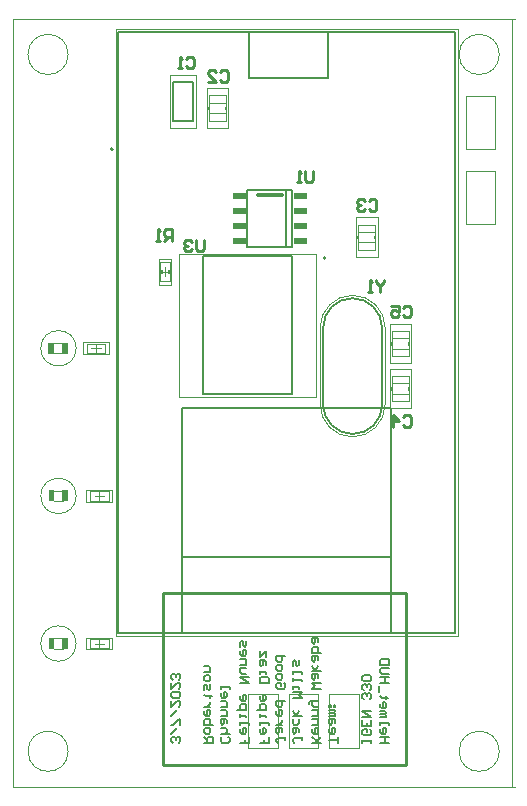
<source format=gbo>
G04*
G04 #@! TF.GenerationSoftware,Altium Limited,Altium Designer,21.0.9 (235)*
G04*
G04 Layer_Color=32896*
%FSLAX25Y25*%
%MOIN*%
G70*
G04*
G04 #@! TF.SameCoordinates,A9A079C1-7CC1-46CE-92A7-F05A66FF1BB4*
G04*
G04*
G04 #@! TF.FilePolarity,Positive*
G04*
G01*
G75*
%ADD10C,0.00787*%
%ADD11C,0.01000*%
%ADD12C,0.00500*%
%ADD13C,0.00050*%
%ADD14C,0.00000*%
%ADD15C,0.00394*%
%ADD16C,0.00800*%
%ADD17C,0.00400*%
%ADD18C,0.00197*%
%ADD19C,0.00201*%
%ADD52C,0.00840*%
%ADD53C,0.01200*%
%ADD54C,0.00600*%
G36*
X97966Y-60062D02*
X93635D01*
Y-58132D01*
X97966D01*
Y-60062D01*
D02*
G37*
G36*
X77887D02*
X73556D01*
Y-58132D01*
X77887D01*
Y-60062D01*
D02*
G37*
G36*
X97966Y-65062D02*
X93635D01*
Y-63132D01*
X97966D01*
Y-65062D01*
D02*
G37*
G36*
X77887D02*
X73556D01*
Y-63132D01*
X77887D01*
Y-65062D01*
D02*
G37*
G36*
X97966Y-70062D02*
X93635D01*
Y-68132D01*
X97966D01*
Y-70062D01*
D02*
G37*
G36*
X77887D02*
X73556D01*
Y-68132D01*
X77887D01*
Y-70062D01*
D02*
G37*
G36*
X97966Y-75062D02*
X93635D01*
Y-73132D01*
X97966D01*
Y-75062D01*
D02*
G37*
G36*
X77887D02*
X73556D01*
Y-73132D01*
X77887D01*
Y-75062D01*
D02*
G37*
G36*
X18522Y-111612D02*
X16555D01*
Y-107868D01*
X18522D01*
Y-111612D01*
D02*
G37*
G36*
X13922Y-111613D02*
X11945D01*
Y-107868D01*
X13922D01*
Y-111613D01*
D02*
G37*
G36*
X18539Y-160825D02*
X16573D01*
Y-157081D01*
X18539D01*
Y-160825D01*
D02*
G37*
G36*
X13939Y-160826D02*
X11963D01*
Y-157081D01*
X13939D01*
Y-160826D01*
D02*
G37*
G36*
X18532Y-210037D02*
X16566D01*
Y-206294D01*
X18532D01*
Y-210037D01*
D02*
G37*
G36*
X13932Y-210038D02*
X11956D01*
Y-206294D01*
X13932D01*
Y-210038D01*
D02*
G37*
D10*
X104383Y-79735D02*
G03*
X104383Y-79735I-394J0D01*
G01*
X49642Y-84591D02*
Y-83803D01*
X52004Y-84591D02*
Y-83803D01*
X33429Y-43417D02*
G03*
X33429Y-43417I-394J0D01*
G01*
X104383Y-79735D02*
G03*
X104383Y-79735I-394J0D01*
G01*
D11*
X57722Y-13188D02*
X58378Y-12532D01*
X59690D01*
X60346Y-13188D01*
Y-15812D01*
X59690Y-16468D01*
X58378D01*
X57722Y-15812D01*
X56410Y-16468D02*
X55098D01*
X55754D01*
Y-12532D01*
X56410Y-13188D01*
X100124Y-50532D02*
Y-53812D01*
X99468Y-54468D01*
X98156D01*
X97500Y-53812D01*
Y-50532D01*
X96188Y-54468D02*
X94876D01*
X95532D01*
Y-50532D01*
X96188Y-51188D01*
X118656Y-60688D02*
X119312Y-60032D01*
X120624D01*
X121280Y-60688D01*
Y-63312D01*
X120624Y-63968D01*
X119312D01*
X118656Y-63312D01*
X117344Y-60688D02*
X116688Y-60032D01*
X115376D01*
X114720Y-60688D01*
Y-61344D01*
X115376Y-62000D01*
X116032D01*
X115376D01*
X114720Y-62656D01*
Y-63312D01*
X115376Y-63968D01*
X116688D01*
X117344Y-63312D01*
X123624Y-87032D02*
Y-87688D01*
X122312Y-89000D01*
X121000Y-87688D01*
Y-87032D01*
X122312Y-89000D02*
Y-90968D01*
X119688D02*
X118376D01*
X119032D01*
Y-87032D01*
X119688Y-87688D01*
X130156Y-96188D02*
X130812Y-95532D01*
X132124D01*
X132780Y-96188D01*
Y-98812D01*
X132124Y-99468D01*
X130812D01*
X130156Y-98812D01*
X126220Y-95532D02*
X128844D01*
Y-97500D01*
X127532Y-96844D01*
X126876D01*
X126220Y-97500D01*
Y-98812D01*
X126876Y-99468D01*
X128188D01*
X128844Y-98812D01*
X63780Y-73532D02*
Y-76812D01*
X63124Y-77468D01*
X61812D01*
X61156Y-76812D01*
Y-73532D01*
X59844Y-74188D02*
X59188Y-73532D01*
X57876D01*
X57220Y-74188D01*
Y-74844D01*
X57876Y-75500D01*
X58532D01*
X57876D01*
X57220Y-76156D01*
Y-76812D01*
X57876Y-77468D01*
X59188D01*
X59844Y-76812D01*
X130156Y-132688D02*
X130812Y-132032D01*
X132124D01*
X132780Y-132688D01*
Y-135312D01*
X132124Y-135968D01*
X130812D01*
X130156Y-135312D01*
X126876Y-135968D02*
Y-132032D01*
X128844Y-134000D01*
X126220D01*
X53124Y-73968D02*
Y-70032D01*
X51156D01*
X50500Y-70688D01*
Y-72000D01*
X51156Y-72656D01*
X53124D01*
X51812D02*
X50500Y-73968D01*
X49188D02*
X47876D01*
X48532D01*
Y-70032D01*
X49188Y-70688D01*
X69156Y-17688D02*
X69812Y-17032D01*
X71124D01*
X71780Y-17688D01*
Y-20312D01*
X71124Y-20968D01*
X69812D01*
X69156Y-20312D01*
X65220Y-20968D02*
X67844D01*
X65220Y-18344D01*
Y-17688D01*
X65876Y-17032D01*
X67188D01*
X67844Y-17688D01*
D12*
X103480Y-128492D02*
G03*
X113323Y-138335I9843J0D01*
G01*
D02*
G03*
X123165Y-128492I0J9843D01*
G01*
X113323Y-93059D02*
G03*
X103480Y-102902I0J-9843D01*
G01*
X123165D02*
G03*
X113323Y-93059I-9843J0D01*
G01*
X53476Y-30023D02*
Y-25141D01*
X60169Y-30023D02*
Y-25141D01*
X103480Y-128492D02*
Y-102902D01*
X123165Y-128492D02*
Y-102902D01*
X63360Y-125030D02*
X93281D01*
X63360Y-79164D02*
X93281D01*
X103480Y-128492D02*
G03*
X113323Y-138335I9843J0D01*
G01*
D02*
G03*
X123165Y-128492I0J9843D01*
G01*
X113323Y-93059D02*
G03*
X103480Y-102902I0J-9843D01*
G01*
X123165D02*
G03*
X113323Y-93059I-9843J0D01*
G01*
X53476Y-21165D02*
X60169D01*
X53476Y-33999D02*
Y-21165D01*
Y-33999D02*
X60169D01*
Y-21165D01*
X103480Y-128492D02*
Y-102902D01*
X123165Y-128492D02*
Y-102902D01*
X35280Y-4205D02*
X78858D01*
X105280D01*
X147524D01*
X35280Y-204795D02*
Y-4205D01*
X147524Y-204795D02*
Y-4205D01*
X35280Y-204795D02*
X56421D01*
X126067D01*
X147524D01*
X56421D02*
Y-179244D01*
Y-129520D01*
X126067D01*
Y-179244D02*
Y-129520D01*
Y-204795D02*
Y-179244D01*
X56421D02*
X126067D01*
X105280Y-19520D02*
Y-4205D01*
X78858Y-19520D02*
X105280D01*
X78858D02*
Y-4205D01*
X63360Y-125030D02*
Y-79164D01*
X93281Y-125030D02*
Y-79164D01*
X63360Y-125030D02*
X93281D01*
X63360Y-79164D02*
X93281D01*
D13*
X162205Y-244094D02*
G03*
X162205Y-244094I-6693J0D01*
G01*
X18504Y-11811D02*
G03*
X18504Y-11811I-6693J0D01*
G01*
X21176Y-109759D02*
G03*
X21176Y-109759I-5906J0D01*
G01*
X162205Y-11811D02*
G03*
X162205Y-11811I-6693J0D01*
G01*
X18504Y-244094D02*
G03*
X18504Y-244094I-6693J0D01*
G01*
X21176Y-158971D02*
G03*
X21176Y-158971I-5906J0D01*
G01*
Y-208184D02*
G03*
X21176Y-208184I-5906J0D01*
G01*
X0Y-255906D02*
X167323D01*
X0Y0D02*
X167323D01*
X166323Y-255906D02*
Y0D01*
X0Y-255906D02*
Y0D01*
Y-255906D02*
Y-98425D01*
D14*
X115200Y-74400D02*
X120800D01*
Y-76900D02*
Y-74400D01*
X115200Y-76900D02*
Y-74400D01*
Y-71000D02*
X120800D01*
X115200D02*
Y-68500D01*
X120800Y-71000D02*
Y-68500D01*
X115200Y-74400D02*
Y-71000D01*
Y-68500D02*
X120800D01*
Y-74400D02*
Y-71000D01*
X115200Y-76900D02*
X120800D01*
X126523Y-109897D02*
X132123D01*
Y-112397D02*
Y-109897D01*
X126523Y-112397D02*
Y-109897D01*
Y-106497D02*
X132123D01*
X126523D02*
Y-103997D01*
X132123Y-106497D02*
Y-103997D01*
X126523Y-109897D02*
Y-106497D01*
Y-103997D02*
X132123D01*
Y-109897D02*
Y-106497D01*
X126523Y-112397D02*
X132123D01*
X126523Y-121497D02*
X132123D01*
X126523D02*
Y-118997D01*
X132123Y-121497D02*
Y-118997D01*
X126523Y-124897D02*
X132123D01*
Y-127397D02*
Y-124897D01*
X126523Y-127397D02*
Y-124897D01*
X132123D02*
Y-121497D01*
X126523Y-127397D02*
X132123D01*
X126523Y-124897D02*
Y-121497D01*
Y-118997D02*
X132123D01*
X65523Y-27997D02*
X71123D01*
X65523D02*
Y-25497D01*
X71123Y-27997D02*
Y-25497D01*
X65523Y-31397D02*
X71123D01*
Y-33897D02*
Y-31397D01*
X65523Y-33897D02*
Y-31397D01*
X71123D02*
Y-27997D01*
X65523Y-33897D02*
X71123D01*
X65523Y-31397D02*
Y-27997D01*
Y-25497D02*
X71123D01*
D15*
X24654Y-111333D02*
X30953D01*
X24654Y-108184D02*
X30953D01*
Y-111333D02*
Y-108184D01*
X24654Y-111333D02*
Y-108184D01*
X25736Y-160555D02*
X32035D01*
X25736Y-157405D02*
X32035D01*
Y-160555D02*
Y-157405D01*
X25736Y-160555D02*
Y-157405D01*
Y-209759D02*
X32035D01*
X25736Y-206609D02*
X32035D01*
Y-209759D02*
Y-206609D01*
X25736Y-209759D02*
Y-206609D01*
X49248Y-87347D02*
Y-81047D01*
X52398Y-87347D02*
Y-81047D01*
X49248D02*
X52398D01*
X49248Y-87347D02*
X52398D01*
X27803Y-111333D02*
Y-108184D01*
X26228Y-109759D02*
X29378D01*
X28886Y-160555D02*
Y-157405D01*
X27311Y-158980D02*
X30461D01*
X28886Y-209759D02*
Y-206609D01*
X27311Y-208184D02*
X30461D01*
X49248Y-84197D02*
X52398D01*
X50823Y-85772D02*
Y-82622D01*
D16*
X125524Y-241200D02*
X122525D01*
X124024D01*
Y-239201D01*
X125524D01*
X122525D01*
Y-236701D02*
Y-237701D01*
X123025Y-238201D01*
X124024D01*
X124524Y-237701D01*
Y-236701D01*
X124024Y-236202D01*
X123525D01*
Y-238201D01*
X122525Y-235202D02*
Y-234202D01*
Y-234702D01*
X125524D01*
Y-235202D01*
X122525Y-232703D02*
X124524D01*
Y-232203D01*
X124024Y-231703D01*
X122525D01*
X124024D01*
X124524Y-231203D01*
X124024Y-230703D01*
X122525D01*
Y-228204D02*
Y-229204D01*
X123025Y-229704D01*
X124024D01*
X124524Y-229204D01*
Y-228204D01*
X124024Y-227704D01*
X123525D01*
Y-229704D01*
X125024Y-226205D02*
X124524D01*
Y-226705D01*
Y-225705D01*
Y-226205D01*
X123025D01*
X122525Y-225705D01*
X122025Y-224205D02*
Y-222206D01*
X125524Y-221206D02*
X122525D01*
X124024D01*
Y-219207D01*
X125524D01*
X122525D01*
X125524Y-218207D02*
X123025D01*
X122525Y-217708D01*
Y-216708D01*
X123025Y-216208D01*
X125524D01*
Y-215208D02*
X122525D01*
Y-213709D01*
X123025Y-213209D01*
X125024D01*
X125524Y-213709D01*
Y-215208D01*
X119505Y-241200D02*
Y-240200D01*
Y-240700D01*
X116506D01*
Y-241200D01*
Y-240200D01*
X119006Y-236701D02*
X119505Y-237201D01*
Y-238201D01*
X119006Y-238701D01*
X117006D01*
X116506Y-238201D01*
Y-237201D01*
X117006Y-236701D01*
X118006D01*
Y-237701D01*
X119505Y-233702D02*
Y-235702D01*
X116506D01*
Y-233702D01*
X118006Y-235702D02*
Y-234702D01*
X116506Y-232703D02*
X119505D01*
X116506Y-230703D01*
X119505D01*
X119006Y-226705D02*
X119505Y-226205D01*
Y-225205D01*
X119006Y-224705D01*
X118506D01*
X118006Y-225205D01*
Y-225705D01*
Y-225205D01*
X117506Y-224705D01*
X117006D01*
X116506Y-225205D01*
Y-226205D01*
X117006Y-226705D01*
X119006Y-223706D02*
X119505Y-223206D01*
Y-222206D01*
X119006Y-221706D01*
X118506D01*
X118006Y-222206D01*
Y-222706D01*
Y-222206D01*
X117506Y-221706D01*
X117006D01*
X116506Y-222206D01*
Y-223206D01*
X117006Y-223706D01*
X119006Y-220707D02*
X119505Y-220207D01*
Y-219207D01*
X119006Y-218707D01*
X117006D01*
X116506Y-219207D01*
Y-220207D01*
X117006Y-220707D01*
X119006D01*
X108468Y-241200D02*
Y-239201D01*
Y-240200D01*
X105469D01*
Y-236701D02*
Y-237701D01*
X105968Y-238201D01*
X106968D01*
X107468Y-237701D01*
Y-236701D01*
X106968Y-236202D01*
X106468D01*
Y-238201D01*
X107468Y-234702D02*
Y-233702D01*
X106968Y-233203D01*
X105469D01*
Y-234702D01*
X105968Y-235202D01*
X106468Y-234702D01*
Y-233203D01*
X105469Y-232203D02*
X107468D01*
Y-231703D01*
X106968Y-231203D01*
X105469D01*
X106968D01*
X107468Y-230703D01*
X106968Y-230204D01*
X105469D01*
X107468Y-229204D02*
Y-228704D01*
X106968D01*
Y-229204D01*
X107468D01*
X105968D02*
Y-228704D01*
X105469D01*
Y-229204D01*
X105968D01*
X102949Y-241200D02*
X99950D01*
X100949D01*
X102949Y-239201D01*
X101449Y-240700D01*
X99950Y-239201D01*
Y-236701D02*
Y-237701D01*
X100450Y-238201D01*
X101449D01*
X101949Y-237701D01*
Y-236701D01*
X101449Y-236202D01*
X100949D01*
Y-238201D01*
X99950Y-235202D02*
X101949D01*
Y-233702D01*
X101449Y-233203D01*
X99950D01*
Y-232203D02*
X101949D01*
Y-230703D01*
X101449Y-230204D01*
X99950D01*
X101949Y-229204D02*
X100450D01*
X99950Y-228704D01*
Y-227204D01*
X99450D01*
X98950Y-227704D01*
Y-228204D01*
X99950Y-227204D02*
X101949D01*
X102949Y-223206D02*
X99950D01*
X100949Y-222206D01*
X99950Y-221206D01*
X102949D01*
X101949Y-219707D02*
Y-218707D01*
X101449Y-218207D01*
X99950D01*
Y-219707D01*
X100450Y-220207D01*
X100949Y-219707D01*
Y-218207D01*
X99950Y-217208D02*
X102949D01*
X100949D02*
X101949Y-215708D01*
X100949Y-217208D02*
X99950Y-215708D01*
X101949Y-213709D02*
Y-212709D01*
X101449Y-212209D01*
X99950D01*
Y-213709D01*
X100450Y-214209D01*
X100949Y-213709D01*
Y-212209D01*
X102949Y-211210D02*
X99950D01*
Y-209710D01*
X100450Y-209210D01*
X100949D01*
X101449D01*
X101949Y-209710D01*
Y-211210D01*
Y-207711D02*
Y-206711D01*
X101449Y-206211D01*
X99950D01*
Y-207711D01*
X100450Y-208211D01*
X100949Y-207711D01*
Y-206211D01*
X96430Y-239201D02*
Y-240200D01*
Y-239701D01*
X93931D01*
X93431Y-240200D01*
Y-240700D01*
X93931Y-241200D01*
X95431Y-237701D02*
Y-236701D01*
X94931Y-236202D01*
X93431D01*
Y-237701D01*
X93931Y-238201D01*
X94431Y-237701D01*
Y-236202D01*
X95431Y-233203D02*
Y-234702D01*
X94931Y-235202D01*
X93931D01*
X93431Y-234702D01*
Y-233203D01*
Y-232203D02*
X96430D01*
X94431D02*
X95431Y-230703D01*
X94431Y-232203D02*
X93431Y-230703D01*
Y-226205D02*
X96430D01*
X95431Y-225205D01*
X96430Y-224205D01*
X93431D01*
Y-223206D02*
Y-222206D01*
Y-222706D01*
X95431D01*
Y-223206D01*
X93431Y-220707D02*
Y-219707D01*
Y-220207D01*
X96430D01*
Y-220707D01*
X93431Y-218207D02*
Y-217208D01*
Y-217708D01*
X96430D01*
Y-218207D01*
X93431Y-215708D02*
Y-214209D01*
X93931Y-213709D01*
X94431Y-214209D01*
Y-215208D01*
X94931Y-215708D01*
X95431Y-215208D01*
Y-213709D01*
X90911Y-239201D02*
Y-240200D01*
Y-239701D01*
X88412D01*
X87912Y-240200D01*
Y-240700D01*
X88412Y-241200D01*
X89912Y-237701D02*
Y-236701D01*
X89412Y-236202D01*
X87912D01*
Y-237701D01*
X88412Y-238201D01*
X88912Y-237701D01*
Y-236202D01*
X89912Y-235202D02*
X87912D01*
X88912D01*
X89412Y-234702D01*
X89912Y-234202D01*
Y-233702D01*
X87912Y-230703D02*
Y-231703D01*
X88412Y-232203D01*
X89412D01*
X89912Y-231703D01*
Y-230703D01*
X89412Y-230204D01*
X88912D01*
Y-232203D01*
X90911Y-227204D02*
X87912D01*
Y-228704D01*
X88412Y-229204D01*
X89412D01*
X89912Y-228704D01*
Y-227204D01*
X90412Y-221206D02*
X90911Y-221706D01*
Y-222706D01*
X90412Y-223206D01*
X88412D01*
X87912Y-222706D01*
Y-221706D01*
X88412Y-221206D01*
X89412D01*
Y-222206D01*
X87912Y-219707D02*
Y-218707D01*
X88412Y-218207D01*
X89412D01*
X89912Y-218707D01*
Y-219707D01*
X89412Y-220207D01*
X88412D01*
X87912Y-219707D01*
Y-216708D02*
Y-215708D01*
X88412Y-215208D01*
X89412D01*
X89912Y-215708D01*
Y-216708D01*
X89412Y-217208D01*
X88412D01*
X87912Y-216708D01*
X90911Y-212209D02*
X87912D01*
Y-213709D01*
X88412Y-214209D01*
X89412D01*
X89912Y-213709D01*
Y-212209D01*
X85393Y-239201D02*
Y-241200D01*
X83893D01*
Y-240200D01*
Y-241200D01*
X82394D01*
Y-236701D02*
Y-237701D01*
X82893Y-238201D01*
X83893D01*
X84393Y-237701D01*
Y-236701D01*
X83893Y-236202D01*
X83393D01*
Y-238201D01*
X82394Y-235202D02*
Y-234202D01*
Y-234702D01*
X85393D01*
Y-235202D01*
X82394Y-232703D02*
Y-231703D01*
Y-232203D01*
X84393D01*
Y-232703D01*
X81394Y-230204D02*
X84393D01*
Y-228704D01*
X83893Y-228204D01*
X82893D01*
X82394Y-228704D01*
Y-230204D01*
Y-225705D02*
Y-226705D01*
X82893Y-227204D01*
X83893D01*
X84393Y-226705D01*
Y-225705D01*
X83893Y-225205D01*
X83393D01*
Y-227204D01*
X85393Y-221206D02*
X82394D01*
Y-219707D01*
X82893Y-219207D01*
X84893D01*
X85393Y-219707D01*
Y-221206D01*
X82394Y-218207D02*
Y-217208D01*
Y-217708D01*
X84393D01*
Y-218207D01*
Y-215208D02*
Y-214209D01*
X83893Y-213709D01*
X82394D01*
Y-215208D01*
X82893Y-215708D01*
X83393Y-215208D01*
Y-213709D01*
X84393Y-212709D02*
Y-210710D01*
X82394Y-212709D01*
Y-210710D01*
X78874Y-239201D02*
Y-241200D01*
X77375D01*
Y-240200D01*
Y-241200D01*
X75875D01*
Y-236701D02*
Y-237701D01*
X76375Y-238201D01*
X77375D01*
X77874Y-237701D01*
Y-236701D01*
X77375Y-236202D01*
X76875D01*
Y-238201D01*
X75875Y-235202D02*
Y-234202D01*
Y-234702D01*
X78874D01*
Y-235202D01*
X75875Y-232703D02*
Y-231703D01*
Y-232203D01*
X77874D01*
Y-232703D01*
X74875Y-230204D02*
X77874D01*
Y-228704D01*
X77375Y-228204D01*
X76375D01*
X75875Y-228704D01*
Y-230204D01*
Y-225705D02*
Y-226705D01*
X76375Y-227204D01*
X77375D01*
X77874Y-226705D01*
Y-225705D01*
X77375Y-225205D01*
X76875D01*
Y-227204D01*
X75875Y-221206D02*
X78874D01*
X75875Y-219207D01*
X78874D01*
X77874Y-218207D02*
X76375D01*
X75875Y-217708D01*
Y-216208D01*
X77874D01*
X75875Y-215208D02*
X77874D01*
Y-213709D01*
X77375Y-213209D01*
X75875D01*
Y-210710D02*
Y-211709D01*
X76375Y-212209D01*
X77375D01*
X77874Y-211709D01*
Y-210710D01*
X77375Y-210210D01*
X76875D01*
Y-212209D01*
X75875Y-209210D02*
Y-207711D01*
X76375Y-207211D01*
X76875Y-207711D01*
Y-208711D01*
X77375Y-209210D01*
X77874Y-208711D01*
Y-207211D01*
X71856Y-239201D02*
X72356Y-239701D01*
Y-240700D01*
X71856Y-241200D01*
X69856D01*
X69357Y-240700D01*
Y-239701D01*
X69856Y-239201D01*
X72356Y-238201D02*
X69357D01*
X70856D01*
X71356Y-237701D01*
Y-236701D01*
X70856Y-236202D01*
X69357D01*
X71356Y-234702D02*
Y-233702D01*
X70856Y-233203D01*
X69357D01*
Y-234702D01*
X69856Y-235202D01*
X70356Y-234702D01*
Y-233203D01*
X69357Y-232203D02*
X71356D01*
Y-230703D01*
X70856Y-230204D01*
X69357D01*
Y-229204D02*
X71356D01*
Y-227704D01*
X70856Y-227204D01*
X69357D01*
Y-224705D02*
Y-225705D01*
X69856Y-226205D01*
X70856D01*
X71356Y-225705D01*
Y-224705D01*
X70856Y-224205D01*
X70356D01*
Y-226205D01*
X69357Y-223206D02*
Y-222206D01*
Y-222706D01*
X72356D01*
Y-223206D01*
X63838Y-241200D02*
X66837D01*
Y-239701D01*
X66337Y-239201D01*
X65337D01*
X64837Y-239701D01*
Y-241200D01*
Y-240200D02*
X63838Y-239201D01*
Y-237701D02*
Y-236701D01*
X64337Y-236202D01*
X65337D01*
X65837Y-236701D01*
Y-237701D01*
X65337Y-238201D01*
X64337D01*
X63838Y-237701D01*
X66837Y-235202D02*
X63838D01*
Y-233702D01*
X64337Y-233203D01*
X64837D01*
X65337D01*
X65837Y-233702D01*
Y-235202D01*
X63838Y-230703D02*
Y-231703D01*
X64337Y-232203D01*
X65337D01*
X65837Y-231703D01*
Y-230703D01*
X65337Y-230204D01*
X64837D01*
Y-232203D01*
X65837Y-229204D02*
X63838D01*
X64837D01*
X65337Y-228704D01*
X65837Y-228204D01*
Y-227704D01*
X66337Y-225705D02*
X65837D01*
Y-226205D01*
Y-225205D01*
Y-225705D01*
X64337D01*
X63838Y-225205D01*
Y-223706D02*
Y-222206D01*
X64337Y-221706D01*
X64837Y-222206D01*
Y-223206D01*
X65337Y-223706D01*
X65837Y-223206D01*
Y-221706D01*
X63838Y-220207D02*
Y-219207D01*
X64337Y-218707D01*
X65337D01*
X65837Y-219207D01*
Y-220207D01*
X65337Y-220707D01*
X64337D01*
X63838Y-220207D01*
Y-217708D02*
X65837D01*
Y-216208D01*
X65337Y-215708D01*
X63838D01*
X55299Y-241200D02*
X55799Y-240700D01*
Y-239701D01*
X55299Y-239201D01*
X54799D01*
X54299Y-239701D01*
Y-240200D01*
Y-239701D01*
X53800Y-239201D01*
X53300D01*
X52800Y-239701D01*
Y-240700D01*
X53300Y-241200D01*
X52800Y-238201D02*
X54799Y-236202D01*
X55799Y-235202D02*
Y-233203D01*
X55299D01*
X53300Y-235202D01*
X52800D01*
Y-232203D02*
X54799Y-230204D01*
X52800Y-227204D02*
Y-229204D01*
X54799Y-227204D01*
X55299D01*
X55799Y-227704D01*
Y-228704D01*
X55299Y-229204D01*
Y-226205D02*
X55799Y-225705D01*
Y-224705D01*
X55299Y-224205D01*
X53300D01*
X52800Y-224705D01*
Y-225705D01*
X53300Y-226205D01*
X55299D01*
X52800Y-221206D02*
Y-223206D01*
X54799Y-221206D01*
X55299D01*
X55799Y-221706D01*
Y-222706D01*
X55299Y-223206D01*
Y-220207D02*
X55799Y-219707D01*
Y-218707D01*
X55299Y-218207D01*
X54799D01*
X54299Y-218707D01*
Y-219207D01*
Y-218707D01*
X53800Y-218207D01*
X53300D01*
X52800Y-218707D01*
Y-219707D01*
X53300Y-220207D01*
X91273Y-76046D02*
Y-57148D01*
X78281Y-76046D02*
Y-57148D01*
X91273D01*
X93241D01*
Y-76046D02*
Y-57148D01*
X91273Y-76046D02*
X93241D01*
X78281D02*
X91273D01*
D17*
X13851Y-111408D02*
X16654D01*
X13851Y-108058D02*
X16654D01*
X13862Y-209833D02*
X16665D01*
X13862Y-206483D02*
X16665D01*
X13869Y-160621D02*
X16672D01*
X13869Y-157270D02*
X16672D01*
D18*
X102496Y-128492D02*
G03*
X113323Y-139319I10827J0D01*
G01*
D02*
G03*
X124150Y-128492I0J10827D01*
G01*
X113323Y-92075D02*
G03*
X102496Y-102902I0J-10827D01*
G01*
X124150D02*
G03*
X113323Y-92075I-10827J0D01*
G01*
X23472Y-111727D02*
X32134D01*
X23472Y-107790D02*
X32134D01*
Y-111727D02*
Y-107790D01*
X23472Y-111727D02*
Y-107790D01*
X24555Y-160949D02*
X33217D01*
X24555Y-157012D02*
X33217D01*
Y-160949D02*
Y-157012D01*
X24555Y-160949D02*
Y-157012D01*
Y-210152D02*
X33217D01*
X24555Y-206215D02*
X33217D01*
Y-210152D02*
Y-206215D01*
X24555Y-210152D02*
Y-206215D01*
X52445Y-18783D02*
X61201D01*
X52445Y-36381D02*
Y-18783D01*
Y-36381D02*
X61201D01*
Y-18783D01*
X102496Y-128492D02*
Y-102902D01*
X124150Y-128492D02*
Y-102902D01*
X151079Y-25642D02*
X160921D01*
Y-43358D02*
Y-25642D01*
X151079Y-43358D02*
X160921D01*
X151079D02*
Y-25642D01*
Y-50642D02*
X160921D01*
Y-68358D02*
Y-50642D01*
X151079Y-68358D02*
X160921D01*
X151079D02*
Y-50642D01*
X105579Y-242858D02*
X115421D01*
Y-225142D01*
X105579D02*
X115421D01*
X105579Y-242858D02*
Y-225142D01*
X92079Y-242858D02*
X101921D01*
Y-225142D01*
X92079D02*
X101921D01*
X92079Y-242858D02*
Y-225142D01*
X78579Y-242858D02*
X88421D01*
Y-225142D01*
X78579D02*
X88421D01*
X78579Y-242858D02*
Y-225142D01*
X34295Y-205780D02*
Y-3221D01*
Y-205780D02*
X148508D01*
Y-3221D01*
X34295D02*
X148508D01*
X55427Y-126014D02*
Y-78180D01*
X101214Y-126014D02*
Y-78180D01*
X55427Y-126014D02*
X101214D01*
X55427Y-78180D02*
X101214D01*
X48854Y-88528D02*
Y-79866D01*
X52791Y-88528D02*
Y-79866D01*
X48854D02*
X52791D01*
X48854Y-88528D02*
X52791D01*
D19*
X114496Y-66086D02*
X121622D01*
X114496Y-79275D02*
X121622D01*
X114496D02*
Y-66086D01*
X121622Y-79275D02*
Y-66086D01*
X125819Y-101583D02*
X132945D01*
X125819Y-114772D02*
X132945D01*
X125819D02*
Y-101583D01*
X132945Y-114772D02*
Y-101583D01*
X125701Y-129811D02*
X132827D01*
X125701Y-116622D02*
X132827D01*
Y-129811D02*
Y-116622D01*
X125701Y-129811D02*
Y-116622D01*
X64701Y-36311D02*
X71827D01*
X64701Y-23122D02*
X71827D01*
Y-36311D02*
Y-23122D01*
X64701Y-36311D02*
Y-23122D01*
D52*
X131000Y-248500D02*
Y-191378D01*
X50000D02*
X131000D01*
X50000Y-248500D02*
Y-191378D01*
Y-248500D02*
X131000D01*
D53*
X81761Y-58597D02*
X89761D01*
D54*
X115200Y-73100D02*
Y-72300D01*
X120800Y-73100D02*
Y-72300D01*
X126523Y-108597D02*
Y-107797D01*
X132123Y-108597D02*
Y-107797D01*
Y-123597D02*
Y-122797D01*
X126523Y-123597D02*
Y-122797D01*
X71123Y-30097D02*
Y-29297D01*
X65523Y-30097D02*
Y-29297D01*
M02*

</source>
